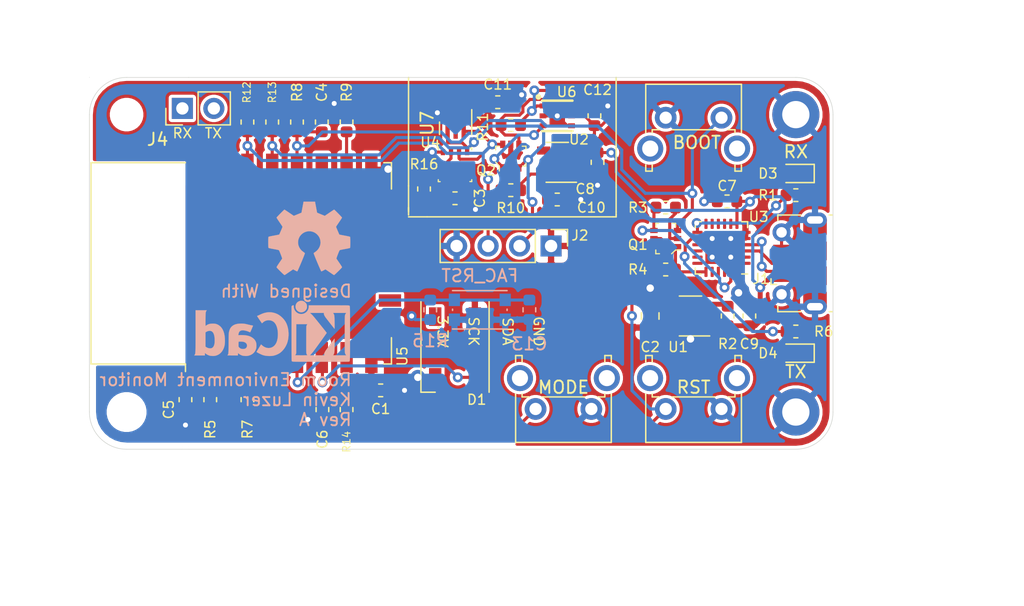
<source format=kicad_pcb>
(kicad_pcb (version 20171130) (host pcbnew "(5.1.6-0-10_14)")
  (layers (0 F.Cu signal) (31 B.Cu signal) (34 B.Paste user) (35 F.Paste user) (36 B.SilkS user) (37 F.SilkS user) (38 B.Mask user) (39 F.Mask user) (44 Edge.Cuts user))
  (net 0 "")
  (net 1 +5V)
  (net 2 GND)
  (net 3 +3V3)
  (net 4 UART_TX)
  (net 5 UART_RX)
  (net 6 nRST)
  (net 7 nBOOT)
  (net 8 I2C_SDA)
  (net 9 I2C_SCK)
  (net 10 RGB_LED)
  (net 11 +1V8)
  (net 12 "Net-(Q1-Pad1)")
  (net 13 "Net-(R2-Pad2)")
  (net 14 "Net-(Q1-Pad4)")
  (net 15 "Net-(Q1-Pad2)")
  (net 16 "Net-(Q1-Pad5)")
  (net 17 I2C_SCK_1V8)
  (net 18 I2C_SDA_1V8)
  (net 19 nINT)
  (net 20 "Net-(R6-Pad2)")
  (net 21 "Net-(R1-Pad2)")
  (net 22 "Net-(J1-Pad3)")
  (net 23 "Net-(J1-Pad2)")
  (net 24 "Net-(R7-Pad2)")
  (net 25 "Net-(R9-Pad1)")
  (net 26 nMODE)
  (net 27 nFAC_RST)
  (net 28 "Net-(R16-Pad2)")
  (net 29 "Net-(D3-Pad1)")
  (net 30 "Net-(D4-Pad1)")
  (module Connector_PinHeader_2.54mm:PinHeader_1x02_P2.54mm_Vertical (layer F.Cu) (at 47.5 57.5 90)
    (fp_text reference J4 (at -2.5 -2 180) (layer F.SilkS))
    (fp_text value UART_BUS hide)
    (pad 2 thru_hole oval (at 0 2.54 90) (size 1.7 1.7) (drill 1) (layers *.Cu *.Mask) (net 4 UART_TX))
    (pad 1 thru_hole rect (at 0 0 90) (size 1.7 1.7) (drill 1) (layers *.Cu *.Mask) (net 5 UART_RX))
  )
  (module Symbol:OSHW-Symbol_6.7x6mm_SilkScreen (layer B.Cu) (at 57.75 68 180)
    (fp_text reference REF** hide)
    (fp_text value OSHW-Symbol_6.7x6mm_SilkScreen hide)
  )
  (module Symbol:KiCad-Logo_5mm_SilkScreen (layer B.Cu) (at 54.75 76 180)
    (fp_text reference REF** hide)
    (fp_text value KiCad-Logo_5mm_SilkScreen hide)
  )
  (module Resistor_SMD:R_0603_1608Metric (layer F.Cu) (at 67 64 90)
    (fp_text reference R16 (at 2 0 180) (layer F.SilkS) (effects (font (size 0.8 0.8) (thickness 0.12))))
    (fp_text value 10k hide)
    (pad 2 smd roundrect (at 0.7875 0 90) (size 0.875 0.95) (layers F.Cu F.Paste F.Mask) (net 28 "Net-(R16-Pad2)"))
    (pad 1 smd roundrect (at -0.7875 0 90) (size 0.875 0.95) (layers F.Cu F.Paste F.Mask) (net 3 +3V3))
  )
  (module Package_LGA:Bosch_LGA-8_2.5x2.5mm_P0.65mm_ClockwisePinNumbering (layer F.Cu) (at 69.5 62.05)
    (fp_text reference U4 (at -2 -1.8) (layer F.SilkS) (effects (font (size 0.8 0.8) (thickness 0.12))))
    (fp_text value BME280 hide)
    (pad 5 smd rect (at 0.975 1.025 90) (size 0.5 0.35) (layers F.Cu F.Paste F.Mask))
    (pad 6 smd rect (at 0.325 1.025 90) (size 0.5 0.35) (layers F.Cu F.Paste F.Mask) (net 3 +3V3))
    (pad 7 smd rect (at -0.325 1.025 90) (size 0.5 0.35) (layers F.Cu F.Paste F.Mask) (net 2 GND))
    (pad 8 smd rect (at -0.975 1.025 90) (size 0.5 0.35) (layers F.Cu F.Paste F.Mask) (net 3 +3V3))
    (pad 1 smd rect (at -0.975 -1.025 90) (size 0.5 0.35) (layers F.Cu F.Paste F.Mask) (net 2 GND))
    (pad 2 smd rect (at -0.325 -1.025 90) (size 0.5 0.35) (layers F.Cu F.Paste F.Mask) (net 28 "Net-(R16-Pad2)"))
    (pad 3 smd rect (at 0.325 -1.025 90) (size 0.5 0.35) (layers F.Cu F.Paste F.Mask) (net 8 I2C_SDA))
    (pad 4 smd rect (at 0.975 -1.025 90) (size 0.5 0.35) (layers F.Cu F.Paste F.Mask) (net 9 I2C_SCK))
  )
  (module "SGP30 (1):SGP30" (layer F.Cu) (at 77.75 58.1)
    (fp_text reference U6 (at 0.762 -1.9304) (layer F.SilkS) (effects (font (size 0.8 0.8) (thickness 0.12))))
    (fp_text value SGP30 hide)
    (fp_poly (pts (xy -0.625 0.85) (xy 0.625 0.85) (xy 0.625 -0.85) (xy -0.35 -0.85) (xy -0.625 -0.575)) (layer F.Cu) (width 0.0001))
    (pad 7 smd rect (at 0 0) (size 0.3048 0.6096) (layers F.Cu) (net 2 GND))
    (pad 1 smd rect (at -1.15 -0.8) (size 0.55 0.4) (layers F.Cu F.Mask) (net 11 +1V8))
    (pad 2 smd rect (at -1.15 0) (size 0.55 0.4) (layers F.Cu F.Mask) (net 2 GND))
    (pad 3 smd rect (at -1.15 0.8) (size 0.55 0.4) (layers F.Cu F.Mask) (net 18 I2C_SDA_1V8))
    (pad 4 smd rect (at 1.15 0.8) (size 0.55 0.4) (layers F.Cu F.Mask) (net 2 GND))
    (pad 6 smd rect (at 1.15 -0.8) (size 0.55 0.4) (layers F.Cu F.Mask) (net 17 I2C_SCK_1V8))
    (pad 5 smd rect (at 1.15 0) (size 0.55 0.4) (layers F.Cu F.Mask) (net 11 +1V8))
  )
  (module Resistor_SMD:R_0603_1608Metric (layer B.Cu) (at 67.5 73.75 90)
    (fp_text reference R15 (at -2.5 0) (layer B.SilkS) (effects (justify mirror)))
    (fp_text value 10k hide)
    (pad 2 smd roundrect (at 0.7875 0 90) (size 0.875 0.95) (layers B.Cu B.Paste B.Mask) (net 27 nFAC_RST))
    (pad 1 smd roundrect (at -0.7875 0 90) (size 0.875 0.95) (layers B.Cu B.Paste B.Mask) (net 3 +3V3))
  )
  (module Resistor_SMD:R_0603_1608Metric (layer F.Cu) (at 60.75 81.8 90)
    (fp_text reference R14 (at -2.6 0 90) (layer F.SilkS) (effects (font (size 0.6 0.6) (thickness 0.09))))
    (fp_text value 10k hide)
    (pad 2 smd roundrect (at 0.7875 0 90) (size 0.875 0.95) (layers F.Cu F.Paste F.Mask) (net 26 nMODE))
    (pad 1 smd roundrect (at -0.7875 0 90) (size 0.875 0.95) (layers F.Cu F.Paste F.Mask) (net 3 +3V3))
  )
  (module Capacitor_SMD:C_0603_1608Metric (layer B.Cu) (at 75.5 73.75 270)
    (fp_text reference C13 (at 2.75 0) (layer B.SilkS) (effects (justify mirror)))
    (fp_text value 100n hide)
    (pad 2 smd roundrect (at 0.7875 0 270) (size 0.875 0.95) (layers B.Cu B.Paste B.Mask) (net 2 GND))
    (pad 1 smd roundrect (at -0.7875 0 270) (size 0.875 0.95) (layers B.Cu B.Paste B.Mask) (net 27 nFAC_RST))
  )
  (module Button_Switch_SMD:SW_Push_1P1T_NO_CK_KMR2 (layer B.Cu) (at 71.5 73.75)
    (fp_text reference SW4 hide)
    (fp_text value KMR2 hide)
    (pad 2 smd rect (at 2.05 -0.8) (size 0.9 1) (layers B.Cu B.Paste B.Mask) (net 27 nFAC_RST))
    (pad 1 smd rect (at 2.05 0.8) (size 0.9 1) (layers B.Cu B.Paste B.Mask) (net 2 GND))
    (pad 2 smd rect (at -2.05 -0.8) (size 0.9 1) (layers B.Cu B.Paste B.Mask) (net 27 nFAC_RST))
    (pad 1 smd rect (at -2.05 0.8) (size 0.9 1) (layers B.Cu B.Paste B.Mask) (net 2 GND))
  )
  (module Capacitor_SMD:C_0603_1608Metric (layer F.Cu) (at 81 61.85 270)
    (fp_text reference C8 (at 2.15 1 180) (layer F.SilkS) (effects (font (size 0.8 0.8) (thickness 0.12))))
    (fp_text value 10u)
    (pad 2 smd roundrect (at 0.7875 0 270) (size 0.875 0.95) (layers F.Cu F.Paste F.Mask) (net 2 GND))
    (pad 1 smd roundrect (at -0.7875 0 270) (size 0.875 0.95) (layers F.Cu F.Paste F.Mask) (net 1 +5V))
  )
  (module Resistor_SMD:R_0603_1608Metric (layer F.Cu) (at 54.75 58.6 270)
    (fp_text reference R13 (at -2.4 0 270) (layer F.SilkS) (effects (font (size 0.6 0.6) (thickness 0.09))))
    (fp_text value 10k hide)
    (pad 2 smd roundrect (at 0.7875 0 270) (size 0.875 0.95) (layers F.Cu F.Paste F.Mask) (net 9 I2C_SCK))
    (pad 1 smd roundrect (at -0.7875 0 270) (size 0.875 0.95) (layers F.Cu F.Paste F.Mask) (net 3 +3V3))
  )
  (module Resistor_SMD:R_0603_1608Metric (layer F.Cu) (at 52.75 58.6 270)
    (fp_text reference R12 (at -2.4 0.05 270) (layer F.SilkS) (effects (font (size 0.6 0.6) (thickness 0.09))))
    (fp_text value 10k hide)
    (pad 2 smd roundrect (at 0.7875 0 270) (size 0.875 0.95) (layers F.Cu F.Paste F.Mask) (net 8 I2C_SDA))
    (pad 1 smd roundrect (at -0.7875 0 270) (size 0.875 0.95) (layers F.Cu F.Paste F.Mask) (net 3 +3V3))
  )
  (module Resistor_SMD:R_0603_1608Metric (layer F.Cu) (at 74 58.85 180)
    (fp_text reference R11 (at 2.25 -0.15 90) (layer F.SilkS) (effects (font (size 0.8 0.8) (thickness 0.12))))
    (fp_text value 10k hide)
    (pad 2 smd roundrect (at 0.7875 0 180) (size 0.875 0.95) (layers F.Cu F.Paste F.Mask) (net 17 I2C_SCK_1V8))
    (pad 1 smd roundrect (at -0.7875 0 180) (size 0.875 0.95) (layers F.Cu F.Paste F.Mask) (net 11 +1V8))
  )
  (module Resistor_SMD:R_0603_1608Metric (layer F.Cu) (at 74 64.1 180)
    (fp_text reference R10 (at 0 -1.43) (layer F.SilkS) (effects (font (size 0.8 0.8) (thickness 0.12))))
    (fp_text value 10k hide)
    (pad 2 smd roundrect (at 0.7875 0 180) (size 0.875 0.95) (layers F.Cu F.Paste F.Mask) (net 18 I2C_SDA_1V8))
    (pad 1 smd roundrect (at -0.7875 0 180) (size 0.875 0.95) (layers F.Cu F.Paste F.Mask) (net 11 +1V8))
  )
  (module Capacitor_SMD:C_0603_1608Metric (layer F.Cu) (at 80.75 58.1 90)
    (fp_text reference C12 (at 2.1 0.25 180) (layer F.SilkS) (effects (font (size 0.8 0.8) (thickness 0.12))))
    (fp_text value 100n hide)
    (pad 2 smd roundrect (at 0.7875 0 90) (size 0.875 0.95) (layers F.Cu F.Paste F.Mask) (net 2 GND))
    (pad 1 smd roundrect (at -0.7875 0 90) (size 0.875 0.95) (layers F.Cu F.Paste F.Mask) (net 11 +1V8))
  )
  (module Capacitor_SMD:C_0603_1608Metric (layer F.Cu) (at 72.95 57)
    (fp_text reference C11 (at 0 -1.43) (layer F.SilkS) (effects (font (size 0.8 0.8) (thickness 0.12))))
    (fp_text value 100n hide)
    (pad 2 smd roundrect (at 0.7875 0) (size 0.875 0.95) (layers F.Cu F.Paste F.Mask) (net 2 GND))
    (pad 1 smd roundrect (at -0.7875 0) (size 0.875 0.95) (layers F.Cu F.Paste F.Mask) (net 3 +3V3))
  )
  (module Capacitor_SMD:C_0603_1608Metric (layer F.Cu) (at 69.5 64.75)
    (fp_text reference C3 (at 2 0 90) (layer F.SilkS) (effects (font (size 0.8 0.8) (thickness 0.12))))
    (fp_text value 100n hide)
    (pad 2 smd roundrect (at 0.7875 0) (size 0.875 0.95) (layers F.Cu F.Paste F.Mask) (net 2 GND))
    (pad 1 smd roundrect (at -0.7875 0) (size 0.875 0.95) (layers F.Cu F.Paste F.Mask) (net 3 +3V3))
  )
  (module Resistor_SMD:R_0603_1608Metric (layer F.Cu) (at 60.75 58.6 90)
    (fp_text reference R9 (at 2.4 0 90) (layer F.SilkS) (effects (font (size 0.8 0.8) (thickness 0.12))))
    (fp_text value 10k hide)
    (pad 2 smd roundrect (at 0.7875 0 90) (size 0.875 0.95) (layers F.Cu F.Paste F.Mask) (net 2 GND))
    (pad 1 smd roundrect (at -0.7875 0 90) (size 0.875 0.95) (layers F.Cu F.Paste F.Mask) (net 25 "Net-(R9-Pad1)"))
  )
  (module Resistor_SMD:R_0603_1608Metric (layer F.Cu) (at 56.75 58.6 270)
    (fp_text reference R8 (at -2.4 0 90) (layer F.SilkS) (effects (font (size 0.8 0.8) (thickness 0.12))))
    (fp_text value 10k hide)
    (pad 2 smd roundrect (at 0.7875 0 270) (size 0.875 0.95) (layers F.Cu F.Paste F.Mask) (net 7 nBOOT))
    (pad 1 smd roundrect (at -0.7875 0 270) (size 0.875 0.95) (layers F.Cu F.Paste F.Mask) (net 3 +3V3))
  )
  (module Resistor_SMD:R_0603_1608Metric (layer F.Cu) (at 52.75 81 90)
    (fp_text reference R7 (at -2.4 0 90) (layer F.SilkS) (effects (font (size 0.8 0.8) (thickness 0.12))))
    (fp_text value 10k hide)
    (pad 2 smd roundrect (at 0.7875 0 90) (size 0.875 0.95) (layers F.Cu F.Paste F.Mask) (net 24 "Net-(R7-Pad2)"))
    (pad 1 smd roundrect (at -0.7875 0 90) (size 0.875 0.95) (layers F.Cu F.Paste F.Mask) (net 3 +3V3))
  )
  (module Resistor_SMD:R_0603_1608Metric (layer F.Cu) (at 49.75 81 90)
    (fp_text reference R5 (at -2.4 0 90) (layer F.SilkS) (effects (font (size 0.8 0.8) (thickness 0.12))))
    (fp_text value 10k hide)
    (pad 2 smd roundrect (at 0.7875 0 90) (size 0.875 0.95) (layers F.Cu F.Paste F.Mask) (net 6 nRST))
    (pad 1 smd roundrect (at -0.7875 0 90) (size 0.875 0.95) (layers F.Cu F.Paste F.Mask) (net 3 +3V3))
  )
  (module Capacitor_SMD:C_0603_1608Metric (layer F.Cu) (at 63.5 80.25)
    (fp_text reference C1 (at 0 1.5) (layer F.SilkS) (effects (font (size 0.8 0.8) (thickness 0.12))))
    (fp_text value 100n hide)
    (pad 2 smd roundrect (at 0.7875 0) (size 0.875 0.95) (layers F.Cu F.Paste F.Mask) (net 2 GND))
    (pad 1 smd roundrect (at -0.7875 0) (size 0.875 0.95) (layers F.Cu F.Paste F.Mask) (net 3 +3V3))
  )
  (module Resistor_SMD:R_0603_1608Metric (layer F.Cu) (at 97 75.5 180)
    (fp_text reference R6 (at -2.25 0) (layer F.SilkS) (effects (font (size 0.8 0.8) (thickness 0.12))))
    (fp_text value 470 hide)
    (pad 2 smd roundrect (at 0.7875 0 180) (size 0.875 0.95) (layers F.Cu F.Paste F.Mask) (net 20 "Net-(R6-Pad2)"))
    (pad 1 smd roundrect (at -0.7875 0 180) (size 0.875 0.95) (layers F.Cu F.Paste F.Mask) (net 30 "Net-(D4-Pad1)"))
  )
  (module Resistor_SMD:R_0603_1608Metric (layer F.Cu) (at 97 64.5 180)
    (fp_text reference R1 (at 2.25 0) (layer F.SilkS) (effects (font (size 0.8 0.8) (thickness 0.12))))
    (fp_text value 470 hide)
    (pad 2 smd roundrect (at 0.7875 0 180) (size 0.875 0.95) (layers F.Cu F.Paste F.Mask) (net 21 "Net-(R1-Pad2)"))
    (pad 1 smd roundrect (at -0.7875 0 180) (size 0.875 0.95) (layers F.Cu F.Paste F.Mask) (net 29 "Net-(D3-Pad1)"))
  )
  (module LED_SMD:LED_0603_1608Metric (layer F.Cu) (at 97 77.25 180)
    (fp_text reference D4 (at 2.25 0) (layer F.SilkS) (effects (font (size 0.8 0.8) (thickness 0.12))))
    (fp_text value LED hide)
    (pad 2 smd roundrect (at 0.7875 0 180) (size 0.875 0.95) (layers F.Cu F.Paste F.Mask) (net 3 +3V3))
    (pad 1 smd roundrect (at -0.7875 0 180) (size 0.875 0.95) (layers F.Cu F.Paste F.Mask) (net 30 "Net-(D4-Pad1)"))
  )
  (module LED_SMD:LED_0603_1608Metric (layer F.Cu) (at 97 62.75 180)
    (fp_text reference D3 (at 2.25 0) (layer F.SilkS) (effects (font (size 0.8 0.8) (thickness 0.12))))
    (fp_text value LED hide)
    (pad 2 smd roundrect (at 0.7875 0 180) (size 0.875 0.95) (layers F.Cu F.Paste F.Mask) (net 3 +3V3))
    (pad 1 smd roundrect (at -0.7875 0 180) (size 0.875 0.95) (layers F.Cu F.Paste F.Mask) (net 29 "Net-(D3-Pad1)"))
  )
  (module digikey-footprints:SOT-363 (layer F.Cu) (at 74 61.35)
    (fp_text reference Q2 (at -2 1.15) (layer F.SilkS) (effects (font (size 0.8 0.8) (thickness 0.12))))
    (fp_text value BSS138DW-7-F hide)
    (pad 3 smd rect (at 0.65 0.95) (size 0.42 0.6) (layers F.Cu F.Paste F.Mask) (net 9 I2C_SCK))
    (pad 2 smd rect (at 0 0.95) (size 0.42 0.6) (layers F.Cu F.Paste F.Mask) (net 3 +3V3))
    (pad 1 smd rect (at -0.65 0.95) (size 0.42 0.6) (layers F.Cu F.Paste F.Mask) (net 18 I2C_SDA_1V8))
    (pad 4 smd rect (at 0.65 -0.95) (size 0.42 0.6) (layers F.Cu F.Paste F.Mask) (net 17 I2C_SCK_1V8))
    (pad 5 smd rect (at 0 -0.95) (size 0.42 0.6) (layers F.Cu F.Paste F.Mask) (net 3 +3V3))
    (pad 6 smd rect (at -0.65 -0.95) (size 0.42 0.6) (layers F.Cu F.Paste F.Mask) (net 8 I2C_SDA))
  )
  (module digikey-footprints:SOT-363 (layer F.Cu) (at 86.5 68 90)
    (fp_text reference Q1 (at -0.5 -2.25 180) (layer F.SilkS) (effects (font (size 0.8 0.8) (thickness 0.12))))
    (fp_text value BSS138DW-7-F hide)
    (pad 3 smd rect (at 0.65 0.95 90) (size 0.42 0.6) (layers F.Cu F.Paste F.Mask) (net 7 nBOOT))
    (pad 2 smd rect (at 0 0.95 90) (size 0.42 0.6) (layers F.Cu F.Paste F.Mask) (net 15 "Net-(Q1-Pad2)"))
    (pad 1 smd rect (at -0.65 0.95 90) (size 0.42 0.6) (layers F.Cu F.Paste F.Mask) (net 12 "Net-(Q1-Pad1)"))
    (pad 4 smd rect (at 0.65 -0.95 90) (size 0.42 0.6) (layers F.Cu F.Paste F.Mask) (net 14 "Net-(Q1-Pad4)"))
    (pad 5 smd rect (at 0 -0.95 90) (size 0.42 0.6) (layers F.Cu F.Paste F.Mask) (net 16 "Net-(Q1-Pad5)"))
    (pad 6 smd rect (at -0.65 -0.95 90) (size 0.42 0.6) (layers F.Cu F.Paste F.Mask) (net 6 nRST))
  )
  (module Package_TO_SOT_SMD:SOT-23-5 (layer F.Cu) (at 88.5 74.25 180)
    (fp_text reference U1 (at 1 -2.5) (layer F.SilkS) (effects (font (size 0.8 0.8) (thickness 0.12))))
    (fp_text value AP2112K-3.3 hide)
    (pad 5 smd rect (at 1.1 -0.95 180) (size 1.06 0.65) (layers F.Cu F.Paste F.Mask) (net 3 +3V3))
    (pad 4 smd rect (at 1.1 0.95 180) (size 1.06 0.65) (layers F.Cu F.Paste F.Mask))
    (pad 3 smd rect (at -1.1 0.95 180) (size 1.06 0.65) (layers F.Cu F.Paste F.Mask) (net 13 "Net-(R2-Pad2)"))
    (pad 2 smd rect (at -1.1 0 180) (size 1.06 0.65) (layers F.Cu F.Paste F.Mask) (net 2 GND))
    (pad 1 smd rect (at -1.1 -0.95 180) (size 1.06 0.65) (layers F.Cu F.Paste F.Mask) (net 1 +5V))
  )
  (module Button_Switch_THT:SW_Tactile_SPST_Angled_PTS645Vx58-2LFS (layer F.Cu) (at 80.5 81.75 180)
    (fp_text reference SW1 hide)
    (fp_text value PTS645Vx83 hide)
    (pad "" thru_hole circle (at -1.25 2.49 180) (size 2.1 2.1) (drill 1.3) (layers *.Cu *.Mask))
    (pad 1 thru_hole circle (at 0 0 180) (size 1.75 1.75) (drill 0.99) (layers *.Cu *.Mask) (net 2 GND))
    (pad 2 thru_hole circle (at 4.5 0 180) (size 1.75 1.75) (drill 0.99) (layers *.Cu *.Mask) (net 26 nMODE))
    (pad "" thru_hole circle (at 5.76 2.49 180) (size 2.1 2.1) (drill 1.3) (layers *.Cu *.Mask))
  )
  (module Connector_PinHeader_2.54mm:PinHeader_1x04_P2.54mm_Vertical (layer F.Cu) (at 77.25 68.6 270)
    (fp_text reference J2 (at -0.85 -2.33 180) (layer F.SilkS) (effects (font (size 0.8 0.8) (thickness 0.12))))
    (fp_text value I2C_BUS hide)
    (pad 4 thru_hole oval (at 0 7.62 270) (size 1.7 1.7) (drill 1) (layers *.Cu *.Mask) (net 2 GND))
    (pad 3 thru_hole oval (at 0 5.08 270) (size 1.7 1.7) (drill 1) (layers *.Cu *.Mask) (net 8 I2C_SDA))
    (pad 2 thru_hole oval (at 0 2.54 270) (size 1.7 1.7) (drill 1) (layers *.Cu *.Mask) (net 9 I2C_SCK))
    (pad 1 thru_hole rect (at 0 0 270) (size 1.7 1.7) (drill 1) (layers *.Cu *.Mask) (net 3 +3V3))
  )
  (module Capacitor_SMD:C_0603_1608Metric (layer F.Cu) (at 58.75 58.6 90)
    (fp_text reference C4 (at 2.4 0 90) (layer F.SilkS) (effects (font (size 0.8 0.8) (thickness 0.12))))
    (fp_text value 100n hide)
    (pad 2 smd roundrect (at 0.7875 0 90) (size 0.875 0.95) (layers F.Cu F.Paste F.Mask) (net 2 GND))
    (pad 1 smd roundrect (at -0.7875 0 90) (size 0.875 0.95) (layers F.Cu F.Paste F.Mask) (net 7 nBOOT))
  )
  (module Package_DFN_QFN:QFN-24-1EP_4x4mm_P0.5mm_EP2.6x2.6mm (layer F.Cu) (at 91 68.75 180)
    (fp_text reference U3 (at -3 2.5) (layer F.SilkS) (effects (font (size 0.8 0.8) (thickness 0.12))))
    (fp_text value CP2104 hide)
    (pad 25 smd rect (at 0 0 180) (size 2.6 2.6) (layers F.Cu F.Mask) (net 2 GND))
    (pad 24 smd roundrect (at -1.25 -1.9375 180) (size 0.25 0.825) (layers F.Cu F.Paste F.Mask))
    (pad 23 smd roundrect (at -0.75 -1.9375 180) (size 0.25 0.825) (layers F.Cu F.Paste F.Mask) (net 14 "Net-(Q1-Pad4)"))
    (pad 22 smd roundrect (at -0.25 -1.9375 180) (size 0.25 0.825) (layers F.Cu F.Paste F.Mask))
    (pad 21 smd roundrect (at 0.25 -1.9375 180) (size 0.25 0.825) (layers F.Cu F.Paste F.Mask) (net 4 UART_TX))
    (pad 20 smd roundrect (at 0.75 -1.9375 180) (size 0.25 0.825) (layers F.Cu F.Paste F.Mask) (net 5 UART_RX))
    (pad 19 smd roundrect (at 1.25 -1.9375 180) (size 0.25 0.825) (layers F.Cu F.Paste F.Mask) (net 12 "Net-(Q1-Pad1)"))
    (pad 18 smd roundrect (at 1.9375 -1.25 180) (size 0.825 0.25) (layers F.Cu F.Paste F.Mask))
    (pad 17 smd roundrect (at 1.9375 -0.75 180) (size 0.825 0.25) (layers F.Cu F.Paste F.Mask))
    (pad 16 smd roundrect (at 1.9375 -0.25 180) (size 0.825 0.25) (layers F.Cu F.Paste F.Mask))
    (pad 15 smd roundrect (at 1.9375 0.25 180) (size 0.825 0.25) (layers F.Cu F.Paste F.Mask))
    (pad 14 smd roundrect (at 1.9375 0.75 180) (size 0.825 0.25) (layers F.Cu F.Paste F.Mask) (net 20 "Net-(R6-Pad2)"))
    (pad 13 smd roundrect (at 1.9375 1.25 180) (size 0.825 0.25) (layers F.Cu F.Paste F.Mask) (net 21 "Net-(R1-Pad2)"))
    (pad 12 smd roundrect (at 1.25 1.9375 180) (size 0.25 0.825) (layers F.Cu F.Paste F.Mask))
    (pad 11 smd roundrect (at 0.75 1.9375 180) (size 0.25 0.825) (layers F.Cu F.Paste F.Mask))
    (pad 10 smd roundrect (at 0.25 1.9375 180) (size 0.25 0.825) (layers F.Cu F.Paste F.Mask))
    (pad 9 smd roundrect (at -0.25 1.9375 180) (size 0.25 0.825) (layers F.Cu F.Paste F.Mask))
    (pad 8 smd roundrect (at -0.75 1.9375 180) (size 0.25 0.825) (layers F.Cu F.Paste F.Mask) (net 1 +5V))
    (pad 7 smd roundrect (at -1.25 1.9375 180) (size 0.25 0.825) (layers F.Cu F.Paste F.Mask) (net 1 +5V))
    (pad 6 smd roundrect (at -1.9375 1.25 180) (size 0.825 0.25) (layers F.Cu F.Paste F.Mask) (net 3 +3V3))
    (pad 5 smd roundrect (at -1.9375 0.75 180) (size 0.825 0.25) (layers F.Cu F.Paste F.Mask) (net 3 +3V3))
    (pad 4 smd roundrect (at -1.9375 0.25 180) (size 0.825 0.25) (layers F.Cu F.Paste F.Mask) (net 23 "Net-(J1-Pad2)"))
    (pad 3 smd roundrect (at -1.9375 -0.25 180) (size 0.825 0.25) (layers F.Cu F.Paste F.Mask) (net 22 "Net-(J1-Pad3)"))
    (pad 2 smd roundrect (at -1.9375 -0.75 180) (size 0.825 0.25) (layers F.Cu F.Paste F.Mask) (net 2 GND))
    (pad 1 smd roundrect (at -1.9375 -1.25 180) (size 0.825 0.25) (layers F.Cu F.Paste F.Mask))
  )
  (module Package_TO_SOT_SMD:SOT-23-5 (layer F.Cu) (at 77.75 61.85 180)
    (fp_text reference U2 (at -1.75 1.85 180) (layer F.SilkS) (effects (font (size 0.8 0.8) (thickness 0.12))))
    (fp_text value MIC5225-1.8YM5 hide)
    (pad 5 smd rect (at 1.1 -0.95 180) (size 1.06 0.65) (layers F.Cu F.Paste F.Mask) (net 11 +1V8))
    (pad 4 smd rect (at 1.1 0.95 180) (size 1.06 0.65) (layers F.Cu F.Paste F.Mask))
    (pad 3 smd rect (at -1.1 0.95 180) (size 1.06 0.65) (layers F.Cu F.Paste F.Mask) (net 1 +5V))
    (pad 2 smd rect (at -1.1 0 180) (size 1.06 0.65) (layers F.Cu F.Paste F.Mask) (net 2 GND))
    (pad 1 smd rect (at -1.1 -0.95 180) (size 1.06 0.65) (layers F.Cu F.Paste F.Mask) (net 1 +5V))
  )
  (module Resistor_SMD:R_0603_1608Metric (layer F.Cu) (at 86.5 70.5)
    (fp_text reference R4 (at -2.25 0) (layer F.SilkS) (effects (font (size 0.8 0.8) (thickness 0.12))))
    (fp_text value 10k hide)
    (pad 2 smd roundrect (at 0.7875 0) (size 0.875 0.95) (layers F.Cu F.Paste F.Mask) (net 12 "Net-(Q1-Pad1)"))
    (pad 1 smd roundrect (at -0.7875 0) (size 0.875 0.95) (layers F.Cu F.Paste F.Mask) (net 16 "Net-(Q1-Pad5)"))
  )
  (module Resistor_SMD:R_0603_1608Metric (layer F.Cu) (at 86.5 65.5 180)
    (fp_text reference R3 (at 2.25 0) (layer F.SilkS) (effects (font (size 0.8 0.8) (thickness 0.12))))
    (fp_text value 10k hide)
    (pad 2 smd roundrect (at 0.7875 0 180) (size 0.875 0.95) (layers F.Cu F.Paste F.Mask) (net 14 "Net-(Q1-Pad4)"))
    (pad 1 smd roundrect (at -0.7875 0 180) (size 0.875 0.95) (layers F.Cu F.Paste F.Mask) (net 15 "Net-(Q1-Pad2)"))
  )
  (module Resistor_SMD:R_0603_1608Metric (layer F.Cu) (at 91.5 74.25 90)
    (fp_text reference R2 (at -2.25 0 180) (layer F.SilkS) (effects (font (size 0.8 0.8) (thickness 0.12))))
    (fp_text value 10k hide)
    (pad 2 smd roundrect (at 0.7875 0 90) (size 0.875 0.95) (layers F.Cu F.Paste F.Mask) (net 13 "Net-(R2-Pad2)"))
    (pad 1 smd roundrect (at -0.7875 0 90) (size 0.875 0.95) (layers F.Cu F.Paste F.Mask) (net 1 +5V))
  )
  (module LED_SMD:LED_WS2812B_PLCC4_5.0x5.0mm_P3.2mm (layer F.Cu) (at 69.5 76.75 270)
    (fp_text reference D1 (at 4.25 -1.75 180) (layer F.SilkS) (effects (font (size 0.8 0.8) (thickness 0.12))))
    (fp_text value WS2812B hide)
    (pad 1 smd rect (at -2.45 -1.6 270) (size 1.5 1) (layers F.Cu F.Paste F.Mask) (net 3 +3V3))
    (pad 2 smd rect (at -2.45 1.6 270) (size 1.5 1) (layers F.Cu F.Paste F.Mask))
    (pad 4 smd rect (at 2.45 -1.6 270) (size 1.5 1) (layers F.Cu F.Paste F.Mask) (net 10 RGB_LED))
    (pad 3 smd rect (at 2.45 1.6 270) (size 1.5 1) (layers F.Cu F.Paste F.Mask) (net 2 GND))
  )
  (module Capacitor_SMD:C_0603_1608Metric (layer F.Cu) (at 77.75 64.85)
    (fp_text reference C10 (at 2.75 0.65) (layer F.SilkS) (effects (font (size 0.8 0.8) (thickness 0.12))))
    (fp_text value 10u hide)
    (pad 2 smd roundrect (at 0.7875 0) (size 0.875 0.95) (layers F.Cu F.Paste F.Mask) (net 2 GND))
    (pad 1 smd roundrect (at -0.7875 0) (size 0.875 0.95) (layers F.Cu F.Paste F.Mask) (net 11 +1V8))
  )
  (module Capacitor_SMD:C_0603_1608Metric (layer F.Cu) (at 93.25 74.25 90)
    (fp_text reference C9 (at -2.25 0 180) (layer F.SilkS) (effects (font (size 0.8 0.8) (thickness 0.12))))
    (fp_text value 10u)
    (pad 2 smd roundrect (at 0.7875 0 90) (size 0.875 0.95) (layers F.Cu F.Paste F.Mask) (net 2 GND))
    (pad 1 smd roundrect (at -0.7875 0 90) (size 0.875 0.95) (layers F.Cu F.Paste F.Mask) (net 1 +5V))
  )
  (module Capacitor_SMD:C_0603_1608Metric (layer F.Cu) (at 58.8 81.8 270)
    (fp_text reference C6 (at 2.4 0 90) (layer F.SilkS) (effects (font (size 0.8 0.8) (thickness 0.12))))
    (fp_text value 100n hide)
    (pad 2 smd roundrect (at 0.7875 0 270) (size 0.875 0.95) (layers F.Cu F.Paste F.Mask) (net 2 GND))
    (pad 1 smd roundrect (at -0.7875 0 270) (size 0.875 0.95) (layers F.Cu F.Paste F.Mask) (net 26 nMODE))
  )
  (module Capacitor_SMD:C_0603_1608Metric (layer F.Cu) (at 47.75 81 270)
    (fp_text reference C5 (at 0.8 1.35 90) (layer F.SilkS) (effects (font (size 0.8 0.8) (thickness 0.12))))
    (fp_text value 100n hide)
    (pad 2 smd roundrect (at 0.7875 0 270) (size 0.875 0.95) (layers F.Cu F.Paste F.Mask) (net 2 GND))
    (pad 1 smd roundrect (at -0.7875 0 270) (size 0.875 0.95) (layers F.Cu F.Paste F.Mask) (net 6 nRST))
  )
  (module Capacitor_SMD:C_0805_2012Metric (layer F.Cu) (at 85.25 74.25 90)
    (fp_text reference C2 (at -2.5 0 180) (layer F.SilkS) (effects (font (size 0.8 0.8) (thickness 0.12))))
    (fp_text value 47u hide)
    (pad 2 smd roundrect (at 0.9375 0 90) (size 0.975 1.4) (layers F.Cu F.Paste F.Mask) (net 2 GND))
    (pad 1 smd roundrect (at -0.9375 0 90) (size 0.975 1.4) (layers F.Cu F.Paste F.Mask) (net 3 +3V3))
  )
  (module MountingHole:MountingHole_2.2mm_M2_ISO14580_Pad (layer F.Cu) (at 97 82)
    (fp_text reference H3 hide)
    (fp_text value MountingHole_Pad hide)
    (pad 1 thru_hole circle (at 0 0) (size 3.8 3.8) (drill 2.2) (layers *.Cu *.Mask) (net 2 GND))
  )
  (module MountingHole:MountingHole_2.2mm_M2_ISO14580_Pad (layer F.Cu) (at 97 58)
    (fp_text reference H2 hide)
    (fp_text value MountingHole_Pad hide)
    (pad 1 thru_hole circle (at 0 0) (size 3.8 3.8) (drill 2.2) (layers *.Cu *.Mask) (net 2 GND))
  )
  (module MountingHole:MountingHole_2.2mm_M2 (layer F.Cu) (at 43 58)
    (fp_text reference H1 hide)
    (fp_text value MountingHole_Pad hide)
    (pad 1 np_thru_hole circle (at 0 0) (size 2.2 2.2) (drill 2.2) (layers *.Cu *.Mask))
  )
  (module MountingHole:MountingHole_2.2mm_M2 (layer F.Cu) (at 43 82)
    (fp_text reference H4 hide)
    (fp_text value MountingHole_Pad hide)
    (pad 1 np_thru_hole circle (at 0 0) (size 2.2 2.2) (drill 2.2) (layers *.Cu *.Mask))
  )
  (module Button_Switch_THT:SW_Tactile_SPST_Angled_PTS645Vx58-2LFS (layer F.Cu) (at 91 81.75 180)
    (fp_text reference SW3 hide)
    (fp_text value PTS645Vx83 hide)
    (pad "" thru_hole circle (at -1.25 2.49 180) (size 2.1 2.1) (drill 1.3) (layers *.Cu *.Mask))
    (pad 1 thru_hole circle (at 0 0 180) (size 1.75 1.75) (drill 0.99) (layers *.Cu *.Mask) (net 2 GND))
    (pad 2 thru_hole circle (at 4.5 0 180) (size 1.75 1.75) (drill 0.99) (layers *.Cu *.Mask) (net 6 nRST))
    (pad "" thru_hole circle (at 5.76 2.49 180) (size 2.1 2.1) (drill 1.3) (layers *.Cu *.Mask))
  )
  (module Button_Switch_THT:SW_Tactile_SPST_Angled_PTS645Vx58-2LFS (layer F.Cu) (at 86.5 58.25)
    (fp_text reference SW2 hide)
    (fp_text value PTS645Vx83 hide)
    (pad "" thru_hole circle (at -1.25 2.49) (size 2.1 2.1) (drill 1.3) (layers *.Cu *.Mask))
    (pad 1 thru_hole circle (at 0 0) (size 1.75 1.75) (drill 0.99) (layers *.Cu *.Mask) (net 2 GND))
    (pad 2 thru_hole circle (at 4.5 0) (size 1.75 1.75) (drill 0.99) (layers *.Cu *.Mask) (net 7 nBOOT))
    (pad "" thru_hole circle (at 5.76 2.49) (size 2.1 2.1) (drill 1.3) (layers *.Cu *.Mask))
  )
  (module Connector_USB:USB_Micro-B_Molex-105017-0001 (layer F.Cu) (at 97.31 70 90)
    (fp_text reference J1 (at -1.25 -3.1125 180) (layer F.SilkS) (effects (font (size 0.8 0.8) (thickness 0.12))))
    (fp_text value USB_B_Mini hide)
    (pad 6 smd rect (at -2.9 1.2375 90) (size 1.2 1.9) (layers F.Cu F.Mask) (net 2 GND))
    (pad 6 smd rect (at 2.9 1.2375 90) (size 1.2 1.9) (layers F.Cu F.Mask) (net 2 GND))
    (pad 6 thru_hole oval (at 3.5 1.2375 90) (size 1.2 1.9) (drill oval 0.6 1.3) (layers *.Cu *.Mask) (net 2 GND))
    (pad 6 thru_hole oval (at -3.5 1.2375 270) (size 1.2 1.9) (drill oval 0.6 1.3) (layers *.Cu *.Mask) (net 2 GND))
    (pad 6 smd rect (at -1 1.2375 90) (size 1.5 1.9) (layers F.Cu F.Paste F.Mask) (net 2 GND))
    (pad 6 thru_hole circle (at 2.5 -1.4625 90) (size 1.45 1.45) (drill 0.85) (layers *.Cu *.Mask) (net 2 GND))
    (pad 3 smd rect (at 0 -1.4625 90) (size 0.4 1.35) (layers F.Cu F.Paste F.Mask) (net 22 "Net-(J1-Pad3)"))
    (pad 4 smd rect (at 0.65 -1.4625 90) (size 0.4 1.35) (layers F.Cu F.Paste F.Mask))
    (pad 5 smd rect (at 1.3 -1.4625 90) (size 0.4 1.35) (layers F.Cu F.Paste F.Mask) (net 2 GND))
    (pad 1 smd rect (at -1.3 -1.4625 90) (size 0.4 1.35) (layers F.Cu F.Paste F.Mask) (net 1 +5V))
    (pad 2 smd rect (at -0.65 -1.4625 90) (size 0.4 1.35) (layers F.Cu F.Paste F.Mask) (net 23 "Net-(J1-Pad2)"))
    (pad 6 thru_hole circle (at -2.5 -1.4625 90) (size 1.45 1.45) (drill 0.85) (layers *.Cu *.Mask) (net 2 GND))
    (pad 6 smd rect (at 1 1.2375 90) (size 1.5 1.9) (layers F.Cu F.Paste F.Mask) (net 2 GND))
  )
  (module RF_Module:ESP-12E (layer F.Cu) (at 52.25 70 90)
    (fp_text reference U5 (at -7.5 13 90) (layer F.SilkS) (effects (font (size 0.8 0.8) (thickness 0.12))))
    (fp_text value ESP-12F hide)
    (pad 22 smd rect (at 7.6 -3.5 90) (size 2.5 1) (layers F.Cu F.Paste F.Mask) (net 5 UART_RX))
    (pad 21 smd rect (at 7.6 -1.5 90) (size 2.5 1) (layers F.Cu F.Paste F.Mask) (net 4 UART_TX))
    (pad 20 smd rect (at 7.6 0.5 90) (size 2.5 1) (layers F.Cu F.Paste F.Mask) (net 8 I2C_SDA))
    (pad 19 smd rect (at 7.6 2.5 90) (size 2.5 1) (layers F.Cu F.Paste F.Mask) (net 9 I2C_SCK))
    (pad 18 smd rect (at 7.6 4.5 90) (size 2.5 1) (layers F.Cu F.Paste F.Mask) (net 7 nBOOT))
    (pad 17 smd rect (at 7.6 6.5 90) (size 2.5 1) (layers F.Cu F.Paste F.Mask) (net 19 nINT))
    (pad 16 smd rect (at 7.6 8.5 90) (size 2.5 1) (layers F.Cu F.Paste F.Mask) (net 25 "Net-(R9-Pad1)"))
    (pad 15 smd rect (at 7.6 10.5 90) (size 2.5 1) (layers F.Cu F.Paste F.Mask) (net 2 GND))
    (pad 14 smd rect (at 5 12 90) (size 1 1.8) (layers F.Cu F.Paste F.Mask))
    (pad 13 smd rect (at 3 12 90) (size 1 1.8) (layers F.Cu F.Paste F.Mask))
    (pad 12 smd rect (at 1 12 90) (size 1 1.8) (layers F.Cu F.Paste F.Mask))
    (pad 11 smd rect (at -1 12 90) (size 1 1.8) (layers F.Cu F.Paste F.Mask))
    (pad 10 smd rect (at -3 12 90) (size 1 1.8) (layers F.Cu F.Paste F.Mask))
    (pad 9 smd rect (at -5 12 90) (size 1 1.8) (layers F.Cu F.Paste F.Mask))
    (pad 8 smd rect (at -7.6 10.5 90) (size 2.5 1) (layers F.Cu F.Paste F.Mask) (net 3 +3V3))
    (pad 7 smd rect (at -7.6 8.5 90) (size 2.5 1) (layers F.Cu F.Paste F.Mask) (net 26 nMODE))
    (pad 6 smd rect (at -7.6 6.5 90) (size 2.5 1) (layers F.Cu F.Paste F.Mask) (net 10 RGB_LED))
    (pad 5 smd rect (at -7.6 4.5 90) (size 2.5 1) (layers F.Cu F.Paste F.Mask) (net 27 nFAC_RST))
    (pad 4 smd rect (at -7.6 2.5 90) (size 2.5 1) (layers F.Cu F.Paste F.Mask))
    (pad 3 smd rect (at -7.6 0.5 90) (size 2.5 1) (layers F.Cu F.Paste F.Mask) (net 24 "Net-(R7-Pad2)"))
    (pad 2 smd rect (at -7.6 -1.5 90) (size 2.5 1) (layers F.Cu F.Paste F.Mask))
    (pad 1 smd rect (at -7.6 -3.5 90) (size 2.5 1) (layers F.Cu F.Paste F.Mask) (net 6 nRST))
  )
  (module Capacitor_SMD:C_0603_1608Metric (layer F.Cu) (at 91.45 65 180)
    (fp_text reference C7 (at 0 1.25) (layer F.SilkS) (effects (font (size 0.8 0.8) (thickness 0.12))))
    (fp_text value 10u hide)
    (pad 1 smd roundrect (at -0.7875 0 180) (size 0.875 0.95) (layers F.Cu F.Paste F.Mask) (net 1 +5V))
    (pad 2 smd roundrect (at 0.7875 0 180) (size 0.875 0.95) (layers F.Cu F.Paste F.Mask) (net 2 GND))
  )
  (module Kevin-Lutzer-Kicad-Lbr:TSL2591 (layer F.Cu) (at 69.55 58.6 270)
    (fp_text reference U7 (at 0.1 2.3 90) (layer F.SilkS))
    (fp_text value TSL2591)
    (pad 1 smd oval (at -0.75 -0.65 270) (size 1.2 0.35) (layers F.Cu) (net 3 +3V3))
    (pad 2 smd rect (at -0.75 0 270) (size 1.2 0.35) (layers F.Cu) (net 19 nINT))
    (pad 3 smd rect (at -0.75 0.65 270) (size 1.2 0.35) (layers F.Cu) (net 2 GND))
    (pad 4 smd rect (at 0.75 0.65 270) (size 1.2 0.35) (layers F.Cu) (net 9 I2C_SCK))
    (pad 5 smd rect (at 0.75 0 270) (size 1.2 0.35) (layers F.Cu))
    (pad 6 smd rect (at 0.75 -0.65 270) (size 1.2 0.35) (layers F.Cu) (net 8 I2C_SDA))
  )
  (gr_text TX (at 50 59.5) (layer F.SilkS) (effects (font (size 0.8 0.8) (thickness 0.12))))
  (gr_text RX (at 47.5 59.5) (layer F.SilkS) (effects (font (size 0.8 0.8) (thickness 0.12))))
  (gr_text TX (at 97 78.75) (layer F.SilkS) (effects (font (size 1 1))))
  (gr_text RX (at 97 61) (layer F.SilkS) (effects (font (size 1 1))))
  (gr_text FAC_RST (at 71.5 71) (layer B.SilkS) (effects (font (size 1 1)) (justify mirror)))
  (gr_text "Designed With " (at 55.5 72.25) (layer B.SilkS) (effects (font (size 1 1)) (justify mirror)))
  (gr_text "Room Environment Monitor\nKevin Luzer\nRev A" (at 61.25 81) (layer B.SilkS) (effects (font (size 1 1)) (justify left mirror)))
  (gr_arc (start 97 58) (end 100 58) (angle -90) (layer Edge.Cuts) (width 0.05))
  (gr_arc (start 97 82) (end 97 85) (angle -90) (layer Edge.Cuts) (width 0.05))
  (gr_arc (start 43 82) (end 40 82) (angle -90) (layer Edge.Cuts) (width 0.05))
  (gr_arc (start 43 58) (end 43 55) (angle -90) (layer Edge.Cuts) (width 0.05))
  (gr_line (start 82.5 66.25) (end 82.5 66.1) (layer F.SilkS) (width 0.12))
  (gr_line (start 82.25 66.25) (end 82.5 66.25) (layer F.SilkS) (width 0.12))
  (gr_line (start 65.75 63.75) (end 65.75 55) (layer F.SilkS) (width 0.12))
  (gr_line (start 65.75 65.825) (end 65.75 65.5) (layer F.SilkS) (width 0.12))
  (gr_line (start 67.25 66.25) (end 65.75 66.25) (layer F.SilkS) (width 0.12))
  (gr_line (start 82.5 63.85) (end 82.5 55) (layer F.SilkS) (width 0.12))
  (gr_line (start 82.5 66.1) (end 82.5 66.075) (layer F.SilkS) (width 0.12))
  (gr_text GND (at 76.25 75.5 270) (layer F.SilkS) (effects (font (size 0.8 0.8) (thickness 0.12))))
  (gr_text 3.3V (at 68.5 75.5 270) (layer F.SilkS) (effects (font (size 0.8 0.8) (thickness 0.12))))
  (gr_text SDA (at 73.75 75.5 270) (layer F.SilkS) (effects (font (size 0.8 0.8) (thickness 0.12))))
  (gr_text SCK (at 71 75.5 270) (layer F.SilkS) (effects (font (size 0.8 0.8) (thickness 0.12))))
  (gr_text BOOT (at 89 60.25) (layer F.SilkS) (effects (font (size 1 1))))
  (gr_text RST (at 88.75 80) (layer F.SilkS) (effects (font (size 1 1))))
  (gr_text MODE (at 78.25 80) (layer F.SilkS) (effects (font (size 1 1))))
  (gr_line (start 65.75 65.825) (end 65.75 66.1) (layer F.SilkS) (width 0.12))
  (gr_line (start 82.5 65.85) (end 82.5 66.075) (layer F.SilkS) (width 0.12))
  (gr_line (start 82.5 63.85) (end 82.5 65.85) (layer F.SilkS) (width 0.12))
  (gr_line (start 65.75 63.75) (end 65.75 65.75) (layer F.SilkS) (width 0.12))
  (gr_line (start 67.25 66.25) (end 82.25 66.25) (layer F.SilkS) (width 0.12))
  (gr_line (start 40 80) (end 40 82) (layer Edge.Cuts) (width 0.05))
  (gr_line (start 43 55) (end 48 55) (layer Edge.Cuts) (width 0.05))
  (gr_line (start 40 55) (end 40 55) (layer Edge.Cuts) (width 0.05))
  (gr_line (start 47.5 85) (end 48 85) (layer Edge.Cuts) (width 0.05))
  (gr_line (start 43 85) (end 47.5 85) (layer Edge.Cuts) (width 0.05))
  (gr_line (start 40 58) (end 40 80) (layer Edge.Cuts) (width 0.05))
  (gr_line (start 97 55) (end 48 55) (layer Edge.Cuts) (width 0.05))
  (gr_line (start 97 85) (end 48 85) (layer Edge.Cuts) (width 0.05))
  (gr_line (start 100 58) (end 100 82) (layer Edge.Cuts) (width 0.05))
  (segment (start 92.25 65.0125) (end 92.2375 65) (width 0.25) (layer F.Cu) (net 1))
  (segment (start 92.25 66.8125) (end 92.25 65.0125) (width 0.25) (layer F.Cu) (net 1))
  (segment (start 91.75 66.8125) (end 92.25 66.8125) (width 0.25) (layer F.Cu) (net 1))
  (segment (start 91.3375 75.2) (end 91.5 75.0375) (width 0.4) (layer F.Cu) (net 1))
  (segment (start 89.6 75.2) (end 91.3375 75.2) (width 0.4) (layer F.Cu) (net 1))
  (segment (start 91.5 75.0375) (end 93.25 75.0375) (width 0.4) (layer F.Cu) (net 1))
  (segment (start 94.125 74.6375) (end 94.125 71.9475) (width 0.4) (layer F.Cu) (net 1))
  (segment (start 93.725 75.0375) (end 94.125 74.6375) (width 0.4) (layer F.Cu) (net 1))
  (segment (start 93.25 75.0375) (end 93.725 75.0375) (width 0.4) (layer F.Cu) (net 1))
  (via (at 94.125 71.9475) (size 0.8) (drill 0.4) (layers F.Cu B.Cu) (net 1))
  (via (at 93.3 65.025) (size 0.8) (drill 0.4) (layers F.Cu B.Cu) (net 1))
  (segment (start 93.275 65) (end 93.3 65.025) (width 0.25) (layer F.Cu) (net 1))
  (segment (start 92.2375 65) (end 93.275 65) (width 0.25) (layer F.Cu) (net 1))
  (segment (start 93.700001 64.624999) (end 93.3 65.025) (width 0.25) (layer B.Cu) (net 1))
  (segment (start 95.748001 64.624999) (end 93.700001 64.624999) (width 0.25) (layer B.Cu) (net 1))
  (segment (start 96.125001 65.001999) (end 95.748001 64.624999) (width 0.25) (layer B.Cu) (net 1))
  (segment (start 96.125001 65.749999) (end 96.125001 65.001999) (width 0.25) (layer B.Cu) (net 1))
  (segment (start 95.28641 66.1) (end 95.775 66.1) (width 0.25) (layer B.Cu) (net 1))
  (segment (start 95.775 66.1) (end 96.125001 65.749999) (width 0.25) (layer B.Cu) (net 1))
  (via (at 82.1 61.075) (size 0.8) (drill 0.4) (layers F.Cu B.Cu) (net 1))
  (segment (start 82.0875 61.0625) (end 82.1 61.075) (width 0.25) (layer F.Cu) (net 1))
  (segment (start 81 61.0625) (end 82.0875 61.0625) (width 0.25) (layer F.Cu) (net 1))
  (segment (start 80.8375 60.9) (end 81 61.0625) (width 0.25) (layer F.Cu) (net 1))
  (segment (start 78.85 60.9) (end 80.8375 60.9) (width 0.25) (layer F.Cu) (net 1))
  (segment (start 78.07 62.8) (end 77.975 62.705) (width 0.25) (layer F.Cu) (net 1))
  (segment (start 78.85 62.8) (end 78.07 62.8) (width 0.25) (layer F.Cu) (net 1))
  (segment (start 78.07 60.9) (end 78.85 60.9) (width 0.25) (layer F.Cu) (net 1))
  (segment (start 77.975 60.995) (end 78.07 60.9) (width 0.25) (layer F.Cu) (net 1))
  (segment (start 77.975 62.705) (end 77.975 60.995) (width 0.25) (layer F.Cu) (net 1))
  (segment (start 92.599999 65.725001) (end 85.600001 65.725001) (width 0.25) (layer B.Cu) (net 1))
  (segment (start 93.3 65.025) (end 92.599999 65.725001) (width 0.25) (layer B.Cu) (net 1))
  (segment (start 82.499999 62.624999) (end 85.600001 65.725001) (width 0.25) (layer B.Cu) (net 1))
  (segment (start 82.499999 61.474999) (end 82.499999 62.624999) (width 0.25) (layer B.Cu) (net 1))
  (segment (start 82.1 61.075) (end 82.499999 61.474999) (width 0.25) (layer B.Cu) (net 1))
  (segment (start 94.7725 71.3) (end 95.8475 71.3) (width 0.4) (layer F.Cu) (net 1))
  (segment (start 94.125 71.9475) (end 94.7725 71.3) (width 0.4) (layer F.Cu) (net 1))
  (segment (start 93.524999 67.861411) (end 95.28641 66.1) (width 0.25) (layer B.Cu) (net 1))
  (segment (start 94.125 71.9475) (end 93.524999 71.347499) (width 0.25) (layer B.Cu) (net 1))
  (segment (start 93.524999 71.347499) (end 93.524999 67.861411) (width 0.25) (layer B.Cu) (net 1))
  (via (at 74.875 56.4) (size 0.8) (drill 0.4) (layers F.Cu B.Cu) (net 2))
  (via (at 47.75 83.05) (size 0.8) (drill 0.4) (layers F.Cu B.Cu) (net 2))
  (via (at 90.25 69.5) (size 0.8) (drill 0.4) (layers F.Cu B.Cu) (net 2))
  (via (at 90.25 68) (size 0.8) (drill 0.4) (layers F.Cu B.Cu) (net 2))
  (via (at 91.75 68) (size 0.8) (drill 0.4) (layers F.Cu B.Cu) (net 2))
  (segment (start 88.82 74.25) (end 88.5 74.57) (width 0.25) (layer F.Cu) (net 2))
  (segment (start 89.6 74.25) (end 88.82 74.25) (width 0.25) (layer F.Cu) (net 2))
  (segment (start 91.75 69.5) (end 91 68.75) (width 0.25) (layer F.Cu) (net 2))
  (segment (start 92.9375 69.5) (end 91.75 69.5) (width 0.25) (layer F.Cu) (net 2))
  (segment (start 47.75 82) (end 47.75 83.05) (width 0.25) (layer F.Cu) (net 2))
  (segment (start 88.67 74.25) (end 89.6 74.25) (width 0.4) (layer F.Cu) (net 2))
  (segment (start 88.5 74.42) (end 88.67 74.25) (width 0.4) (layer F.Cu) (net 2))
  (segment (start 88.5 76.1) (end 88.5 74.42) (width 0.4) (layer F.Cu) (net 2))
  (via (at 88.5 76.1) (size 1.2) (drill 0.6) (layers F.Cu B.Cu) (net 2))
  (via (at 85.25 72) (size 1.2) (drill 0.6) (layers F.Cu B.Cu) (net 2))
  (segment (start 85.25 73.3125) (end 85.25 72) (width 0.4) (layer F.Cu) (net 2))
  (via (at 89.6 65) (size 0.8) (drill 0.4) (layers F.Cu B.Cu) (net 2))
  (segment (start 90.6625 65) (end 89.6 65) (width 0.25) (layer F.Cu) (net 2))
  (segment (start 98.5475 69) (end 98.5475 67.1) (width 0.6) (layer F.Cu) (net 2))
  (segment (start 98.5475 71) (end 98.5475 69) (width 0.6) (layer F.Cu) (net 2))
  (segment (start 98.5475 72.9) (end 98.5475 71) (width 0.6) (layer F.Cu) (net 2))
  (segment (start 93.25 73.4625) (end 92.375 72.375) (width 0.4) (layer F.Cu) (net 2))
  (via (at 92.375 72.375) (size 1.2) (drill 0.6) (layers F.Cu B.Cu) (net 2))
  (segment (start 80.2125 61.85) (end 78.85 61.85) (width 0.25) (layer F.Cu) (net 2))
  (segment (start 81 62.6375) (end 80.2125 61.85) (width 0.25) (layer F.Cu) (net 2))
  (segment (start 76.6 58.1) (end 77.75 58.1) (width 0.25) (layer F.Cu) (net 2))
  (via (at 77.75 58.1) (size 0.8) (drill 0.4) (layers F.Cu B.Cu) (net 2))
  (segment (start 78.55 58.9) (end 77.75 58.1) (width 0.25) (layer F.Cu) (net 2))
  (segment (start 78.9 58.9) (end 78.55 58.9) (width 0.25) (layer F.Cu) (net 2))
  (via (at 81.825 57.3) (size 0.8) (drill 0.4) (layers F.Cu B.Cu) (net 2))
  (segment (start 80.7625 57.3) (end 80.75 57.3125) (width 0.25) (layer F.Cu) (net 2))
  (segment (start 81.825 57.3) (end 80.7625 57.3) (width 0.25) (layer F.Cu) (net 2))
  (via (at 79.65 64.85) (size 0.8) (drill 0.4) (layers F.Cu B.Cu) (net 2))
  (segment (start 78.5375 64.85) (end 79.65 64.85) (width 0.25) (layer F.Cu) (net 2))
  (via (at 81 63.7) (size 0.8) (drill 0.4) (layers F.Cu B.Cu) (net 2))
  (segment (start 81 62.6375) (end 81 63.7) (width 0.25) (layer F.Cu) (net 2))
  (via (at 67.65 61.025) (size 0.8) (drill 0.4) (layers F.Cu B.Cu) (net 2))
  (segment (start 69.175 63.8375) (end 69.175 63.075) (width 0.25) (layer F.Cu) (net 2))
  (segment (start 70.2875 64.95) (end 69.175 63.8375) (width 0.25) (layer F.Cu) (net 2))
  (segment (start 66.5 79.2) (end 67.9 79.2) (width 0.25) (layer F.Cu) (net 2))
  (via (at 66.5 79.2) (size 1.2) (drill 0.6) (layers F.Cu B.Cu) (net 2))
  (segment (start 74.275 57) (end 74.875 56.4) (width 0.25) (layer F.Cu) (net 2))
  (segment (start 73.7375 57) (end 74.275 57) (width 0.25) (layer F.Cu) (net 2))
  (segment (start 67.65 61.025) (end 68.525 61.025) (width 0.25) (layer F.Cu) (net 2))
  (via (at 71.15 65.65) (size 0.8) (drill 0.4) (layers F.Cu B.Cu) (net 2))
  (segment (start 70.35 64.85) (end 71.15 65.65) (width 0.25) (layer F.Cu) (net 2))
  (segment (start 70.2875 64.85) (end 70.35 64.85) (width 0.25) (layer F.Cu) (net 2))
  (via (at 68.075 57.85) (size 0.8) (drill 0.4) (layers F.Cu B.Cu) (net 2))
  (segment (start 68.9 57.85) (end 68.075 57.85) (width 0.25) (layer F.Cu) (net 2))
  (via (at 59.75 57.1) (size 0.8) (drill 0.4) (layers F.Cu B.Cu) (net 2))
  (segment (start 59.0375 57.8125) (end 59.75 57.1) (width 0.25) (layer F.Cu) (net 2))
  (segment (start 58.75 57.8125) (end 59.0375 57.8125) (width 0.25) (layer F.Cu) (net 2))
  (segment (start 60.4625 57.8125) (end 59.75 57.1) (width 0.25) (layer F.Cu) (net 2))
  (segment (start 60.75 57.8125) (end 60.4625 57.8125) (width 0.25) (layer F.Cu) (net 2))
  (via (at 57.625 82.6) (size 0.8) (drill 0.4) (layers F.Cu B.Cu) (net 2))
  (segment (start 64.2875 80.25) (end 65.425 80.25) (width 0.25) (layer F.Cu) (net 2))
  (via (at 65.425 80.25) (size 0.8) (drill 0.4) (layers F.Cu B.Cu) (net 2))
  (segment (start 95.8475 67.5) (end 95.8475 68.7) (width 0.25) (layer F.Cu) (net 2))
  (segment (start 58.75 82.6) (end 57.6625 82.6) (width 0.25) (layer F.Cu) (net 2))
  (segment (start 75.4875 74.55) (end 75.5 74.5375) (width 0.25) (layer B.Cu) (net 2))
  (segment (start 69.45 74.55) (end 75.4875 74.55) (width 0.25) (layer B.Cu) (net 2))
  (via (at 91.75 69.5) (size 0.8) (drill 0.4) (layers F.Cu B.Cu) (net 2))
  (segment (start 85.0125 75.2) (end 85 75.1875) (width 0.4) (layer F.Cu) (net 3))
  (segment (start 87.4 75.2) (end 85.0125 75.2) (width 0.4) (layer F.Cu) (net 3))
  (segment (start 62.75 77.35) (end 62.75 80.2125) (width 0.25) (layer F.Cu) (net 3))
  (segment (start 92.9375 68) (end 92.9375 67.5) (width 0.25) (layer F.Cu) (net 3))
  (segment (start 92.9375 67.5) (end 92.9375 67.0375) (width 0.25) (layer F.Cu) (net 3))
  (segment (start 74 60.4) (end 74 62.3) (width 0.25) (layer F.Cu) (net 3))
  (segment (start 68.525 64.5625) (end 68.525 63.075) (width 0.25) (layer F.Cu) (net 3))
  (segment (start 68.7125 64.75) (end 68.525 64.5625) (width 0.25) (layer F.Cu) (net 3))
  (segment (start 69.825 62.575) (end 69.825 63.075) (width 0.25) (layer F.Cu) (net 3))
  (segment (start 69.749999 62.499999) (end 69.825 62.575) (width 0.25) (layer F.Cu) (net 3))
  (segment (start 68.739999 62.499999) (end 69.749999 62.499999) (width 0.25) (layer F.Cu) (net 3))
  (segment (start 68.525 62.714998) (end 68.739999 62.499999) (width 0.25) (layer F.Cu) (net 3))
  (segment (start 68.525 63.075) (end 68.525 62.714998) (width 0.25) (layer F.Cu) (net 3))
  (segment (start 70.2 57.85) (end 70.2 56.825) (width 0.25) (layer F.Cu) (net 3))
  (segment (start 74 62.3) (end 74 65.05) (width 0.25) (layer F.Cu) (net 3))
  (via (at 66 74.25) (size 0.8) (drill 0.4) (layers F.Cu B.Cu) (net 3))
  (segment (start 66.2875 74.5375) (end 66 74.25) (width 0.25) (layer B.Cu) (net 3))
  (segment (start 67.5 74.5375) (end 66.2875 74.5375) (width 0.25) (layer B.Cu) (net 3))
  (segment (start 92.9375 67.5) (end 92.9375 67.94999) (width 0.45) (layer F.Cu) (net 3))
  (via (at 64.1 62.4) (size 1.2) (drill 0.6) (layers F.Cu B.Cu) (net 2))
  (segment (start 62.75 62.4) (end 64.1 62.4) (width 0.4) (layer F.Cu) (net 2))
  (via (at 56.8 79.6) (size 0.8) (drill 0.4) (layers F.Cu B.Cu) (net 27))
  (via (at 58.8 79.6) (size 0.8) (drill 0.4) (layers F.Cu B.Cu) (net 10))
  (segment (start 84.6 83.65) (end 74.73641 83.65) (width 0.25) (layer F.Cu) (net 6))
  (segment (start 49.10001 84.20001) (end 48.75 83.85) (width 0.25) (layer F.Cu) (net 6))
  (segment (start 86.5 81.75) (end 84.6 83.65) (width 0.25) (layer F.Cu) (net 6))
  (segment (start 74.1864 84.20001) (end 49.10001 84.20001) (width 0.25) (layer F.Cu) (net 6))
  (segment (start 74.73641 83.65) (end 74.1864 84.20001) (width 0.25) (layer F.Cu) (net 6))
  (segment (start 85 68.65) (end 83.775 69.875) (width 0.25) (layer F.Cu) (net 6))
  (segment (start 85.55 68.65) (end 85 68.65) (width 0.25) (layer F.Cu) (net 6))
  (segment (start 83.775 69.875) (end 83.775 74.25) (width 0.25) (layer F.Cu) (net 6))
  (via (at 83.775 74.25) (size 0.8) (drill 0.4) (layers F.Cu B.Cu) (net 6))
  (segment (start 85.262564 81.75) (end 86.5 81.75) (width 0.25) (layer B.Cu) (net 6))
  (segment (start 83.775 80.262436) (end 85.262564 81.75) (width 0.25) (layer B.Cu) (net 6))
  (segment (start 83.775 74.25) (end 83.775 80.262436) (width 0.25) (layer B.Cu) (net 6))
  (segment (start 48.75 83.85) (end 48.75 80.25) (width 0.25) (layer F.Cu) (net 6))
  (segment (start 48.7125 80.2125) (end 47.75 80.2125) (width 0.25) (layer F.Cu) (net 6))
  (segment (start 48.75 80.25) (end 48.7125 80.2125) (width 0.25) (layer F.Cu) (net 6))
  (segment (start 48.7875 80.2125) (end 49.75 80.2125) (width 0.25) (layer F.Cu) (net 6))
  (segment (start 48.75 80.25) (end 48.7875 80.2125) (width 0.25) (layer F.Cu) (net 6))
  (segment (start 48.75 80.25) (end 48.75 77.6) (width 0.25) (layer F.Cu) (net 6))
  (segment (start 87.45 66.89) (end 88.65 65.69) (width 0.25) (layer F.Cu) (net 7))
  (segment (start 87.45 67.35) (end 87.45 66.89) (width 0.25) (layer F.Cu) (net 7))
  (segment (start 88.65 65.69) (end 88.65 64.35) (width 0.25) (layer F.Cu) (net 7))
  (via (at 88.65 64.35) (size 0.8) (drill 0.4) (layers F.Cu B.Cu) (net 7))
  (segment (start 88.65 60.6) (end 88.65 64.35) (width 0.25) (layer B.Cu) (net 7))
  (segment (start 91 58.25) (end 88.65 60.6) (width 0.25) (layer B.Cu) (net 7))
  (segment (start 56.75 59.7875) (end 56.75 62.4) (width 0.25) (layer F.Cu) (net 7))
  (segment (start 56.75 59.3875) (end 58.75 59.3875) (width 0.25) (layer F.Cu) (net 7))
  (via (at 56.75 60.525) (size 0.8) (drill 0.4) (layers F.Cu B.Cu) (net 7))
  (segment (start 88.65 64.35) (end 84.86141 64.35) (width 0.25) (layer B.Cu) (net 7))
  (segment (start 76.409401 58.474989) (end 72.125 58.475) (width 0.25) (layer B.Cu) (net 7))
  (segment (start 71.775 58.825) (end 71.775 58.83859) (width 0.25) (layer B.Cu) (net 7))
  (segment (start 82.950009 62.438599) (end 82.950009 60.852007) (width 0.25) (layer B.Cu) (net 7))
  (segment (start 82.950009 60.852007) (end 81.023002 58.925) (width 0.25) (layer B.Cu) (net 7))
  (segment (start 81.023002 58.925) (end 76.859412 58.925) (width 0.25) (layer B.Cu) (net 7))
  (segment (start 76.859412 58.925) (end 76.409401 58.474989) (width 0.25) (layer B.Cu) (net 7))
  (segment (start 84.86141 64.35) (end 82.950009 62.438599) (width 0.25) (layer B.Cu) (net 7))
  (segment (start 57.676998 60.525) (end 56.75 60.525) (width 0.25) (layer B.Cu) (net 7))
  (segment (start 72.125 58.475) (end 71.775 58.825) (width 0.25) (layer B.Cu) (net 7))
  (segment (start 71.775 58.83859) (end 71.11359 59.5) (width 0.25) (layer B.Cu) (net 7))
  (segment (start 71.11359 59.5) (end 70.61361 59.5) (width 0.25) (layer B.Cu) (net 7))
  (segment (start 69.888629 60.224981) (end 69.199981 60.224981) (width 0.25) (layer B.Cu) (net 7))
  (segment (start 70.61361 59.5) (end 69.888629 60.224981) (width 0.25) (layer B.Cu) (net 7))
  (segment (start 69.199981 60.224981) (end 68.374979 59.399979) (width 0.25) (layer B.Cu) (net 7))
  (segment (start 58.802019 59.399979) (end 57.676998 60.525) (width 0.25) (layer B.Cu) (net 7))
  (segment (start 68.374979 59.399979) (end 58.802019 59.399979) (width 0.25) (layer B.Cu) (net 7))
  (via (at 52.75 60.525) (size 0.8) (drill 0.4) (layers F.Cu B.Cu) (net 8))
  (via (at 72.5 60.4) (size 0.8) (drill 0.4) (layers F.Cu B.Cu) (net 8))
  (segment (start 72.17 63.068002) (end 72.17 63.205) (width 0.25) (layer B.Cu) (net 8))
  (segment (start 71.774999 62.673001) (end 72.17 63.068002) (width 0.25) (layer B.Cu) (net 8))
  (segment (start 73.35 60.4) (end 72.5 60.4) (width 0.25) (layer F.Cu) (net 8))
  (segment (start 69.825 61.525) (end 69.825 61.025) (width 0.25) (layer F.Cu) (net 8))
  (segment (start 69.900001 61.600001) (end 69.825 61.525) (width 0.25) (layer F.Cu) (net 8))
  (segment (start 71.299999 61.600001) (end 69.900001 61.600001) (width 0.25) (layer F.Cu) (net 8))
  (segment (start 72.5 60.4) (end 71.299999 61.600001) (width 0.25) (layer F.Cu) (net 8))
  (segment (start 71.45 59.35) (end 72.5 60.4) (width 0.25) (layer F.Cu) (net 8))
  (segment (start 70.2 59.35) (end 71.45 59.35) (width 0.25) (layer F.Cu) (net 8))
  (segment (start 71.774999 61.125001) (end 72.5 60.4) (width 0.25) (layer B.Cu) (net 8))
  (segment (start 71.774999 62.673001) (end 71.774999 61.125001) (width 0.25) (layer B.Cu) (net 8))
  (segment (start 72.5 60.4) (end 71.949999 60.950001) (width 0.25) (layer B.Cu) (net 8))
  (via (at 72.17 63.205) (size 0.8) (drill 0.4) (layers F.Cu B.Cu) (net 8))
  (segment (start 72.17 63.205) (end 72.17 68.6) (width 0.25) (layer F.Cu) (net 8))
  (segment (start 52.75 59.3875) (end 52.75 62.4) (width 0.25) (layer F.Cu) (net 8))
  (segment (start 68.823003 61.125001) (end 71.774999 61.125001) (width 0.25) (layer B.Cu) (net 8))
  (segment (start 67.998001 60.299999) (end 68.823003 61.125001) (width 0.25) (layer B.Cu) (net 8))
  (segment (start 63.555987 61.700011) (end 64.955999 60.299999) (width 0.25) (layer B.Cu) (net 8))
  (segment (start 53.925011 61.700011) (end 63.555987 61.700011) (width 0.25) (layer B.Cu) (net 8))
  (segment (start 64.955999 60.299999) (end 67.998001 60.299999) (width 0.25) (layer B.Cu) (net 8))
  (segment (start 52.75 60.525) (end 53.925011 61.700011) (width 0.25) (layer B.Cu) (net 8))
  (via (at 54.75 60.525) (size 0.8) (drill 0.4) (layers F.Cu B.Cu) (net 9))
  (via (at 75.75 65.05) (size 0.8) (drill 0.4) (layers F.Cu B.Cu) (net 9))
  (via (at 75.4 61.65) (size 0.8) (drill 0.4) (layers F.Cu B.Cu) (net 9))
  (segment (start 75.3 61.65) (end 74.65 62.3) (width 0.25) (layer F.Cu) (net 9))
  (segment (start 75.4 61.65) (end 75.3 61.65) (width 0.25) (layer F.Cu) (net 9))
  (segment (start 68.9 60.2) (end 68.9 59.35) (width 0.25) (layer F.Cu) (net 9))
  (segment (start 68.975001 60.275001) (end 68.9 60.2) (width 0.25) (layer F.Cu) (net 9))
  (segment (start 70.085003 60.275001) (end 68.975001 60.275001) (width 0.25) (layer F.Cu) (net 9))
  (segment (start 70.475 60.664998) (end 70.085003 60.275001) (width 0.25) (layer F.Cu) (net 9))
  (segment (start 70.475 61.025) (end 70.475 60.664998) (width 0.25) (layer F.Cu) (net 9))
  (via (at 71.025 60.225) (size 0.8) (drill 0.4) (layers F.Cu B.Cu) (net 9))
  (segment (start 70.475 60.775) (end 71.025 60.225) (width 0.25) (layer F.Cu) (net 9))
  (segment (start 70.475 61.025) (end 70.475 60.775) (width 0.25) (layer F.Cu) (net 9))
  (segment (start 76.65 60.4) (end 75.4 61.65) (width 0.25) (layer B.Cu) (net 9))
  (segment (start 76.65 59.351998) (end 76.65 60.4) (width 0.25) (layer B.Cu) (net 9))
  (segment (start 76.223001 58.924999) (end 76.65 59.351998) (width 0.25) (layer B.Cu) (net 9))
  (segment (start 72.325001 58.924999) (end 76.223001 58.924999) (width 0.25) (layer B.Cu) (net 9))
  (segment (start 71.025 60.225) (end 72.325001 58.924999) (width 0.25) (layer B.Cu) (net 9))
  (segment (start 71.025 60.175) (end 70.80001 59.95001) (width 0.25) (layer B.Cu) (net 9))
  (segment (start 71.025 60.225) (end 71.025 60.175) (width 0.25) (layer B.Cu) (net 9))
  (segment (start 75.4 64.7) (end 75.75 65.05) (width 0.25) (layer B.Cu) (net 9))
  (segment (start 75.4 61.65) (end 75.4 64.7) (width 0.25) (layer B.Cu) (net 9))
  (segment (start 75.75 67.56) (end 74.71 68.6) (width 0.25) (layer F.Cu) (net 9))
  (segment (start 75.75 65.05) (end 75.75 67.56) (width 0.25) (layer F.Cu) (net 9))
  (segment (start 54.75 59.3875) (end 54.75 60.525) (width 0.25) (layer F.Cu) (net 9))
  (segment (start 54.75 59.3875) (end 54.75 62.4) (width 0.25) (layer F.Cu) (net 9))
  (segment (start 70.575009 60.674991) (end 71.025 60.225) (width 0.25) (layer B.Cu) (net 9))
  (segment (start 69.009403 60.674991) (end 70.575009 60.674991) (width 0.25) (layer B.Cu) (net 9))
  (segment (start 64.769599 59.849989) (end 68.184401 59.849989) (width 0.25) (layer B.Cu) (net 9))
  (segment (start 54.75 60.525) (end 55.475001 61.250001) (width 0.25) (layer B.Cu) (net 9))
  (segment (start 68.184401 59.849989) (end 69.009403 60.674991) (width 0.25) (layer B.Cu) (net 9))
  (segment (start 63.369587 61.250001) (end 64.769599 59.849989) (width 0.25) (layer B.Cu) (net 9))
  (segment (start 55.475001 61.250001) (end 63.369587 61.250001) (width 0.25) (layer B.Cu) (net 9))
  (segment (start 69.725001 79.2) (end 71.1 79.2) (width 0.25) (layer F.Cu) (net 10))
  (via (at 69.725001 79.2) (size 0.8) (drill 0.4) (layers F.Cu B.Cu) (net 10))
  (segment (start 58.8 77.65) (end 58.75 77.6) (width 0.25) (layer F.Cu) (net 10))
  (segment (start 58.8 79.6) (end 58.8 77.65) (width 0.25) (layer F.Cu) (net 10))
  (segment (start 68.8 78.274999) (end 60.125001 78.274999) (width 0.25) (layer B.Cu) (net 10))
  (segment (start 60.125001 78.274999) (end 58.8 79.6) (width 0.25) (layer B.Cu) (net 10))
  (segment (start 69.725001 79.2) (end 68.8 78.274999) (width 0.25) (layer B.Cu) (net 10))
  (via (at 75.9 56.05) (size 0.8) (drill 0.4) (layers F.Cu B.Cu) (net 11))
  (via (at 75.7 57.7) (size 0.8) (drill 0.4) (layers F.Cu B.Cu) (net 11))
  (segment (start 77.52499 62.70501) (end 77.52499 60.72501) (width 0.25) (layer F.Cu) (net 11))
  (segment (start 77.43 62.8) (end 77.52499 62.70501) (width 0.25) (layer F.Cu) (net 11))
  (segment (start 76.65 62.8) (end 77.43 62.8) (width 0.25) (layer F.Cu) (net 11))
  (segment (start 76.1 57.3) (end 75.7 57.7) (width 0.25) (layer F.Cu) (net 11))
  (segment (start 76.6 57.3) (end 76.1 57.3) (width 0.25) (layer F.Cu) (net 11))
  (segment (start 76.9625 63.1125) (end 76.65 62.8) (width 0.25) (layer F.Cu) (net 11))
  (segment (start 76.9625 64.85) (end 76.9625 63.1125) (width 0.25) (layer F.Cu) (net 11))
  (segment (start 76.75 64.6375) (end 76.9625 64.85) (width 0.25) (layer F.Cu) (net 11))
  (segment (start 77.52499 60.72501) (end 78.000001 60.249999) (width 0.25) (layer F.Cu) (net 11))
  (segment (start 74.7875 58.6125) (end 75.7 57.7) (width 0.25) (layer F.Cu) (net 11))
  (segment (start 74.7875 58.85) (end 74.7875 58.6125) (width 0.25) (layer F.Cu) (net 11))
  (segment (start 75.6125 62.8) (end 76.65 62.8) (width 0.25) (layer F.Cu) (net 11))
  (segment (start 74.7875 63.625) (end 75.6125 62.8) (width 0.25) (layer F.Cu) (net 11))
  (segment (start 74.7875 64.1) (end 74.7875 63.625) (width 0.25) (layer F.Cu) (net 11))
  (segment (start 80.075 60.25) (end 79.75 60.25) (width 0.25) (layer F.Cu) (net 11))
  (segment (start 79.75 60.25) (end 79.825001 60.249999) (width 0.25) (layer F.Cu) (net 11))
  (segment (start 78.000001 60.249999) (end 79.75 60.25) (width 0.25) (layer F.Cu) (net 11))
  (segment (start 75.9 57.5) (end 75.7 57.7) (width 0.25) (layer B.Cu) (net 11))
  (segment (start 75.9 56.05) (end 75.9 57.5) (width 0.25) (layer B.Cu) (net 11))
  (segment (start 80.75 59.575) (end 80.75 58.8875) (width 0.25) (layer F.Cu) (net 11))
  (segment (start 80.075 60.25) (end 80.75 59.575) (width 0.25) (layer F.Cu) (net 11))
  (segment (start 79.9625 58.1) (end 80.75 58.8875) (width 0.25) (layer F.Cu) (net 11))
  (segment (start 78.9 58.1) (end 79.9625 58.1) (width 0.25) (layer F.Cu) (net 11))
  (segment (start 81.648002 56.05) (end 75.9 56.05) (width 0.25) (layer F.Cu) (net 11))
  (segment (start 82.550001 56.951999) (end 81.648002 56.05) (width 0.25) (layer F.Cu) (net 11))
  (segment (start 82.550001 57.648001) (end 82.550001 56.951999) (width 0.25) (layer F.Cu) (net 11))
  (segment (start 81.310502 58.8875) (end 82.550001 57.648001) (width 0.25) (layer F.Cu) (net 11))
  (segment (start 80.75 58.8875) (end 81.310502 58.8875) (width 0.25) (layer F.Cu) (net 11))
  (segment (start 87.45 70.3375) (end 87.2875 70.5) (width 0.25) (layer F.Cu) (net 12))
  (segment (start 87.475 70.6875) (end 87.2875 70.5) (width 0.25) (layer F.Cu) (net 12))
  (segment (start 89.75 70.6875) (end 87.475 70.6875) (width 0.25) (layer F.Cu) (net 12))
  (segment (start 87.2875 68.8125) (end 87.2875 70.5) (width 0.25) (layer F.Cu) (net 12))
  (segment (start 87.45 68.65) (end 87.2875 68.8125) (width 0.25) (layer F.Cu) (net 12))
  (segment (start 91.3375 73.3) (end 91.5 73.4625) (width 0.4) (layer F.Cu) (net 13))
  (segment (start 89.6 73.3) (end 91.3375 73.3) (width 0.4) (layer F.Cu) (net 13))
  (via (at 84.625 67.35) (size 0.8) (drill 0.4) (layers F.Cu B.Cu) (net 14))
  (segment (start 85.55 67.35) (end 85.55 65.4125) (width 0.25) (layer F.Cu) (net 14))
  (segment (start 85.55 67.35) (end 84.625 67.35) (width 0.25) (layer F.Cu) (net 14))
  (via (at 91.25 71.95) (size 0.8) (drill 0.4) (layers F.Cu B.Cu) (net 14))
  (segment (start 91.75 71.45) (end 91.25 71.95) (width 0.25) (layer F.Cu) (net 14))
  (segment (start 91.75 70.6875) (end 91.75 71.45) (width 0.25) (layer F.Cu) (net 14))
  (segment (start 86.998002 67.35) (end 84.625 67.35) (width 0.25) (layer B.Cu) (net 14))
  (segment (start 90.850001 71.201999) (end 86.998002 67.35) (width 0.25) (layer B.Cu) (net 14))
  (segment (start 90.850001 71.550001) (end 90.850001 71.201999) (width 0.25) (layer B.Cu) (net 14))
  (segment (start 91.25 71.95) (end 90.850001 71.550001) (width 0.25) (layer B.Cu) (net 14))
  (segment (start 86.9 68) (end 87.45 68) (width 0.25) (layer F.Cu) (net 15))
  (segment (start 86.824999 67.924999) (end 86.9 68) (width 0.25) (layer F.Cu) (net 15))
  (segment (start 86.824999 66.437501) (end 86.824999 67.924999) (width 0.25) (layer F.Cu) (net 15))
  (segment (start 87.2875 65.975) (end 86.824999 66.437501) (width 0.25) (layer F.Cu) (net 15))
  (segment (start 87.2875 65.5) (end 87.2875 65.975) (width 0.25) (layer F.Cu) (net 15))
  (segment (start 86.175001 68.075001) (end 86.1 68) (width 0.25) (layer F.Cu) (net 16))
  (segment (start 86.175001 69.562499) (end 86.175001 68.075001) (width 0.25) (layer F.Cu) (net 16))
  (segment (start 85.7125 70.025) (end 86.175001 69.562499) (width 0.25) (layer F.Cu) (net 16))
  (segment (start 86.1 68) (end 85.55 68) (width 0.25) (layer F.Cu) (net 16))
  (segment (start 85.7125 70.5) (end 85.7125 70.025) (width 0.25) (layer F.Cu) (net 16))
  (segment (start 74.45001 59.65001) (end 74.65 59.85) (width 0.25) (layer F.Cu) (net 17))
  (segment (start 73.2125 59.325) (end 73.53751 59.65001) (width 0.25) (layer F.Cu) (net 17))
  (segment (start 74.65 59.85) (end 74.65 60.4) (width 0.25) (layer F.Cu) (net 17))
  (segment (start 73.53751 59.65001) (end 74.45001 59.65001) (width 0.25) (layer F.Cu) (net 17))
  (segment (start 73.2125 58.85) (end 73.2125 59.325) (width 0.25) (layer F.Cu) (net 17))
  (segment (start 78.9 56.85) (end 78.824999 56.774999) (width 0.25) (layer F.Cu) (net 17))
  (segment (start 78.9 57.3) (end 78.9 56.85) (width 0.25) (layer F.Cu) (net 17))
  (segment (start 75.551999 56.774999) (end 74.974999 57.351999) (width 0.25) (layer F.Cu) (net 17))
  (segment (start 78.824999 56.774999) (end 75.551999 56.774999) (width 0.25) (layer F.Cu) (net 17))
  (segment (start 74.974999 57.351999) (end 74.974999 57.788591) (width 0.25) (layer F.Cu) (net 17))
  (segment (start 73.2125 58.375) (end 73.2125 58.85) (width 0.25) (layer F.Cu) (net 17))
  (segment (start 73.53751 58.04999) (end 73.2125 58.375) (width 0.25) (layer F.Cu) (net 17))
  (segment (start 74.70001 58.04999) (end 73.53751 58.04999) (width 0.25) (layer F.Cu) (net 17))
  (segment (start 74.961409 57.788591) (end 74.70001 58.04999) (width 0.25) (layer F.Cu) (net 17))
  (segment (start 74.974999 57.788591) (end 74.961409 57.788591) (width 0.25) (layer F.Cu) (net 17))
  (via (at 75.875 59.65) (size 0.8) (drill 0.4) (layers F.Cu B.Cu) (net 18))
  (segment (start 76.6 58.925) (end 75.875 59.65) (width 0.25) (layer F.Cu) (net 18))
  (segment (start 76.6 58.9) (end 76.6 58.925) (width 0.25) (layer F.Cu) (net 18))
  (segment (start 73.35 63.9625) (end 73.2125 64.1) (width 0.25) (layer F.Cu) (net 18))
  (segment (start 73.35 62.3) (end 73.35 63.9625) (width 0.25) (layer F.Cu) (net 18))
  (via (at 72.675 61.575) (size 0.8) (drill 0.4) (layers F.Cu B.Cu) (net 18))
  (segment (start 73.35 62.25) (end 72.675 61.575) (width 0.25) (layer F.Cu) (net 18))
  (segment (start 73.35 62.3) (end 73.35 62.25) (width 0.25) (layer F.Cu) (net 18))
  (segment (start 74.6 59.65) (end 72.675 61.575) (width 0.25) (layer B.Cu) (net 18))
  (segment (start 75.875 59.65) (end 74.6 59.65) (width 0.25) (layer B.Cu) (net 18))
  (segment (start 69.474999 56.924999) (end 69.55 57) (width 0.25) (layer F.Cu) (net 19))
  (segment (start 69.55 57) (end 69.55 57.85) (width 0.25) (layer F.Cu) (net 19))
  (via (at 95.15 75.5) (size 0.8) (drill 0.4) (layers F.Cu B.Cu) (net 20))
  (via (at 88.025 69.45) (size 0.8) (drill 0.4) (layers F.Cu B.Cu) (net 20))
  (segment (start 96.1625 75.55) (end 96.2125 75.5) (width 0.25) (layer F.Cu) (net 20))
  (segment (start 88.075001 69.399999) (end 88.025 69.45) (width 0.25) (layer F.Cu) (net 20))
  (segment (start 88.075001 68.526977) (end 88.075001 69.399999) (width 0.25) (layer F.Cu) (net 20))
  (segment (start 88.601978 68) (end 88.075001 68.526977) (width 0.25) (layer F.Cu) (net 20))
  (segment (start 89.0625 68) (end 88.601978 68) (width 0.25) (layer F.Cu) (net 20))
  (segment (start 96.2125 75.5) (end 95.15 75.5) (width 0.25) (layer F.Cu) (net 20))
  (segment (start 93.509315 75.5) (end 95.15 75.5) (width 0.25) (layer B.Cu) (net 20))
  (segment (start 88.025 70.015685) (end 93.509315 75.5) (width 0.25) (layer B.Cu) (net 20))
  (segment (start 88.025 69.45) (end 88.025 70.015685) (width 0.25) (layer B.Cu) (net 20))
  (via (at 89 66.75) (size 0.8) (drill 0.4) (layers F.Cu B.Cu) (net 21))
  (via (at 95.4 65.35) (size 0.8) (drill 0.4) (layers F.Cu B.Cu) (net 21))
  (segment (start 89.0625 66.8125) (end 89 66.75) (width 0.25) (layer F.Cu) (net 21))
  (segment (start 89.0625 67.5) (end 89.0625 66.8125) (width 0.25) (layer F.Cu) (net 21))
  (segment (start 94 66.75) (end 95.4 65.35) (width 0.25) (layer B.Cu) (net 21))
  (segment (start 89 66.75) (end 94 66.75) (width 0.25) (layer B.Cu) (net 21))
  (segment (start 96.2125 64.5375) (end 95.4 65.35) (width 0.25) (layer F.Cu) (net 21))
  (segment (start 96.2125 64.5) (end 96.2125 64.5375) (width 0.25) (layer F.Cu) (net 21))
  (segment (start 92.9375 69) (end 94.073002 69) (width 0.25) (layer F.Cu) (net 22))
  (segment (start 94.073002 69) (end 95.073002 70) (width 0.25) (layer F.Cu) (net 22))
  (segment (start 95.073002 70) (end 95.8475 70) (width 0.25) (layer F.Cu) (net 22))
  (segment (start 92.9375 68.5) (end 94 68.5) (width 0.25) (layer F.Cu) (net 23))
  (segment (start 94 68.5) (end 94.25 68.25) (width 0.25) (layer F.Cu) (net 23))
  (via (at 94.25 68.25) (size 0.8) (drill 0.4) (layers F.Cu B.Cu) (net 23))
  (segment (start 94.25 68.25) (end 94.25 70.25) (width 0.25) (layer B.Cu) (net 23))
  (segment (start 94.65 70.65) (end 95.8475 70.65) (width 0.25) (layer F.Cu) (net 23))
  (segment (start 94.65 70.65) (end 94.25 70.25) (width 0.25) (layer F.Cu) (net 23))
  (via (at 94.25 70.25) (size 0.8) (drill 0.4) (layers F.Cu B.Cu) (net 23))
  (segment (start 52.75 77.6) (end 52.75 80.4625) (width 0.25) (layer F.Cu) (net 24))
  (segment (start 60.75 59.7875) (end 60.75 62.4) (width 0.25) (layer F.Cu) (net 25))
  (segment (start 60.75 80.4625) (end 60.75 77.6) (width 0.25) (layer F.Cu) (net 26))
  (segment (start 60.75 80.2125) (end 60.75 80.4625) (width 0.25) (layer F.Cu) (net 26))
  (segment (start 59.7875 81) (end 60.75 81) (width 0.25) (layer F.Cu) (net 26))
  (segment (start 59.75 81.0375) (end 59.7875 81) (width 0.25) (layer F.Cu) (net 26))
  (segment (start 59.7125 81) (end 58.75 81) (width 0.25) (layer F.Cu) (net 26))
  (segment (start 59.75 81.0375) (end 59.7125 81) (width 0.25) (layer F.Cu) (net 26))
  (segment (start 59.75 83.425) (end 59.75 81) (width 0.25) (layer F.Cu) (net 26))
  (segment (start 74 83.75) (end 60.075 83.75) (width 0.25) (layer F.Cu) (net 26))
  (segment (start 60.075 83.75) (end 59.75 83.425) (width 0.25) (layer F.Cu) (net 26))
  (segment (start 76 81.75) (end 74 83.75) (width 0.25) (layer F.Cu) (net 26))
  (segment (start 60.75 80.4625) (end 60.75 81.0125) (width 0.25) (layer F.Cu) (net 26))
  (segment (start 56.75 79.55) (end 56.8 79.6) (width 0.25) (layer F.Cu) (net 27))
  (segment (start 56.75 77.6) (end 56.75 79.55) (width 0.25) (layer F.Cu) (net 27))
  (segment (start 63.4375 72.9625) (end 56.8 79.6) (width 0.25) (layer B.Cu) (net 27))
  (segment (start 75.5 72.9625) (end 63.4375 72.9625) (width 0.25) (layer B.Cu) (net 27))
  (segment (start 68.65001 62.04999) (end 69.175 61.525) (width 0.25) (layer F.Cu) (net 28))
  (segment (start 67.72501 62.04999) (end 68.65001 62.04999) (width 0.25) (layer F.Cu) (net 28))
  (segment (start 67 62.775) (end 67.72501 62.04999) (width 0.25) (layer F.Cu) (net 28))
  (segment (start 69.175 61.525) (end 69.175 61.025) (width 0.25) (layer F.Cu) (net 28))
  (segment (start 67 63.2125) (end 67 62.775) (width 0.25) (layer F.Cu) (net 28))
  (segment (start 97.7875 64.5) (end 97.7875 62.5) (width 0.25) (layer F.Cu) (net 29))
  (segment (start 97.7875 75.5) (end 97.7875 77.5) (width 0.25) (layer F.Cu) (net 30))
  (zone (net 3) (net_name +3V3) (layer F.Cu) (connect_pads (clearance 0.254)) (min_thickness 0.254) (fill yes (arc_segments 32) (thermal_gap 0.508) (thermal_bridge_width 0.508))
    (polygon (pts (xy 100 85) (xy 40 85) (xy 40 55) (xy 100 55)))
  )
  (zone (net 2) (net_name GND) (layer B.Cu) (connect_pads (clearance 0.508)) (min_thickness 0.254) (fill yes (arc_segments 32) (thermal_gap 0.508) (thermal_bridge_width 0.508))
    (polygon (pts (xy 100 85) (xy 40 85) (xy 40 55) (xy 100 55)))
  )
  (zone (net 0) (net_name "") (layers F&B.Cu) (connect_pads (clearance 0.254)) (min_thickness 0.254)
    (keepout (tracks not_allowed) (vias not_allowed) (copperpour not_allowed))
    (fill (arc_segments 32) (thermal_gap 0.508) (thermal_bridge_width 0.508))
    (polygon (pts (xy 47.75 78.25) (xy 40.25 78.25) (xy 40.25 61.75) (xy 47.75 61.75)))
  )
)
</source>
